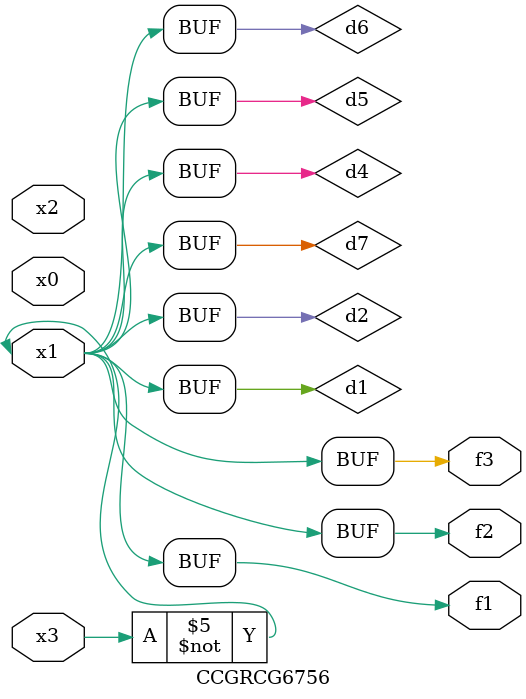
<source format=v>
module CCGRCG6756(
	input x0, x1, x2, x3,
	output f1, f2, f3
);

	wire d1, d2, d3, d4, d5, d6, d7;

	not (d1, x3);
	buf (d2, x1);
	xnor (d3, d1, d2);
	nor (d4, d1);
	buf (d5, d1, d2);
	buf (d6, d4, d5);
	nand (d7, d4);
	assign f1 = d6;
	assign f2 = d7;
	assign f3 = d6;
endmodule

</source>
